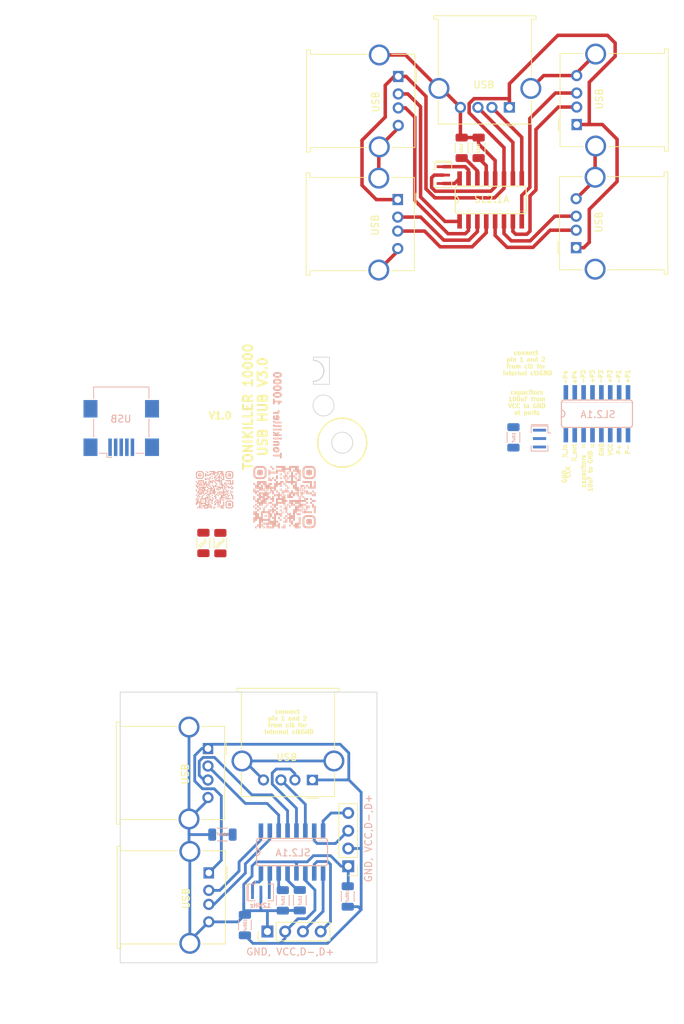
<source format=kicad_pcb>
(kicad_pcb (version 20211014) (generator pcbnew)
  (layers (0 "F.Cu" signal) (31 "B.Cu" signal) (34 "B.Paste" user) (35 "F.Paste" user) (36 "B.SilkS" user "B.Silkscreen") (37 "F.SilkS" user "F.Silkscreen") (38 "B.Mask" user) (39 "F.Mask" user) (44 "Edge.Cuts" user))
  (net 0 "")
  (footprint "Resistor_SMD:R_1206_3216Metric" (layer "F.Cu") (at 201.975 99.155 -90)
    (fp_text reference "100uF" (at 0.025 0 -135) (layer "F.SilkS") (effects (font (size 0.4 0.4) (thickness 0.1))))
    (fp_text value "R_1206_3216Metric")
    (pad "1" smd roundrect (at -1.4625 0 270) (size 1.125 1.75) (layers "F.Cu" "F.Paste" "F.Mask") (roundrect_rratio 0.222222))
    (pad "2" smd roundrect (at 1.4625 0 270) (size 1.125 1.75) (layers "F.Cu" "F.Paste" "F.Mask") (roundrect_rratio 0.222222))
  )
  (footprint "Resistor_SMD:R_1206_3216Metric" (layer "F.Cu") (at 199.55 99.13 -90)
    (fp_text reference "10uF" (at 0.05 0.05 -135) (layer "F.SilkS") (effects (font (size 0.4 0.4) (thickness 0.1))))
    (fp_text value "R_1206_3216Metric")
    (pad "1" smd roundrect (at -1.4625 0 270) (size 1.125 1.75) (layers "F.Cu" "F.Paste" "F.Mask") (roundrect_rratio 0.222222))
    (pad "2" smd roundrect (at 1.4625 0 270) (size 1.125 1.75) (layers "F.Cu" "F.Paste" "F.Mask") (roundrect_rratio 0.222222))
  )
  (footprint "Connector_PinHeader_2.54mm:PinHeader_1x04_P2.54mm_Vertical" (layer "F.Cu") (at 220.26 145.34 180)
    (fp_text reference "GND, VCC,D-,D+" (at -2.89 4 90) (layer "B.SilkS"))
    (fp_text value "PinHeader_1x04_P2.54mm_Vertical")
    (pad "1" thru_hole rect (at 0 0 180) (size 1.7 1.7) (drill 1) (layers *.Cu *.Mask))
    (pad "2" thru_hole oval (at 0 2.54 180) (size 1.7 1.7) (drill 1) (layers *.Cu *.Mask))
    (pad "3" thru_hole oval (at 0 5.08 180) (size 1.7 1.7) (drill 1) (layers *.Cu *.Mask))
    (pad "4" thru_hole oval (at 0 7.62 180) (size 1.7 1.7) (drill 1) (layers *.Cu *.Mask))
  )
  (footprint "Connector_USB:USB_A_Molex_67643_Horizontal" (layer "F.Cu") (at 215.14 133 180)
    (fp_text reference "USB" (at 3.65 3.235) (layer "F.SilkS"))
    (fp_text value "USB_A_Molex_67643_Horizontal")
    (pad "1" thru_hole rect (at 0 0 180) (size 1.6 1.5) (drill 0.95) (layers *.Cu *.Mask))
    (pad "2" thru_hole circle (at 2.5 0 180) (size 1.6 1.6) (drill 0.95) (layers *.Cu *.Mask))
    (pad "3" thru_hole circle (at 4.5 0 180) (size 1.6 1.6) (drill 0.95) (layers *.Cu *.Mask))
    (pad "4" thru_hole circle (at 7 0 180) (size 1.6 1.6) (drill 0.95) (layers *.Cu *.Mask))
    (pad "5" thru_hole circle (at -3.07 2.71 180) (size 3 3) (drill 2.3) (layers *.Cu *.Mask))
    (pad "5" thru_hole circle (at 10.07 2.71 180) (size 3 3) (drill 2.3) (layers *.Cu *.Mask))
  )
  (footprint "Connector_USB:USB_A_Molex_67643_Horizontal" (layer "F.Cu") (at 227.34 50.06 -90)
    (fp_text reference "USB" (at 3.65 3.235 90) (layer "F.SilkS"))
    (fp_text value "USB_A_Molex_67643_Horizontal")
    (pad "1" thru_hole rect (at 0 0 270) (size 1.6 1.5) (drill 0.95) (layers *.Cu *.Mask))
    (pad "2" thru_hole circle (at 2.5 0 270) (size 1.6 1.6) (drill 0.95) (layers *.Cu *.Mask))
    (pad "3" thru_hole circle (at 4.5 0 270) (size 1.6 1.6) (drill 0.95) (layers *.Cu *.Mask))
    (pad "4" thru_hole circle (at 7 0 270) (size 1.6 1.6) (drill 0.95) (layers *.Cu *.Mask))
    (pad "5" thru_hole circle (at 10.07 2.71 270) (size 3 3) (drill 2.3) (layers *.Cu *.Mask))
    (pad "5" thru_hole circle (at -3.07 2.71 270) (size 3 3) (drill 2.3) (layers *.Cu *.Mask))
  )
  (footprint "Connector_USB:USB_A_Molex_67643_Horizontal" (layer "F.Cu") (at 200.32 146.28 -90)
    (fp_text reference "USB" (at 3.65 3.235 90) (layer "F.SilkS"))
    (fp_text value "USB_A_Molex_67643_Horizontal")
    (pad "1" thru_hole rect (at 0 0 270) (size 1.6 1.5) (drill 0.95) (layers *.Cu *.Mask))
    (pad "2" thru_hole circle (at 2.5 0 270) (size 1.6 1.6) (drill 0.95) (layers *.Cu *.Mask))
    (pad "3" thru_hole circle (at 4.5 0 270) (size 1.6 1.6) (drill 0.95) (layers *.Cu *.Mask))
    (pad "4" thru_hole circle (at 7 0 270) (size 1.6 1.6) (drill 0.95) (layers *.Cu *.Mask))
    (pad "5" thru_hole circle (at -3.07 2.71 270) (size 3 3) (drill 2.3) (layers *.Cu *.Mask))
    (pad "5" thru_hole circle (at 10.07 2.71 270) (size 3 3) (drill 2.3) (layers *.Cu *.Mask))
  )
  (footprint "Connector_USB:USB_A_Molex_67643_Horizontal" (layer "F.Cu") (at 252.855 56.935 90)
    (fp_text reference "USB" (at 3.65 3.235 90) (layer "F.SilkS"))
    (fp_text value "USB_A_Molex_67643_Horizontal")
    (pad "1" thru_hole rect (at 0 0 90) (size 1.6 1.5) (drill 0.95) (layers *.Cu *.Mask))
    (pad "2" thru_hole circle (at 2.5 0 90) (size 1.6 1.6) (drill 0.95) (layers *.Cu *.Mask))
    (pad "3" thru_hole circle (at 4.5 0 90) (size 1.6 1.6) (drill 0.95) (layers *.Cu *.Mask))
    (pad "4" thru_hole circle (at 7 0 90) (size 1.6 1.6) (drill 0.95) (layers *.Cu *.Mask))
    (pad "5" thru_hole circle (at -3.07 2.71 90) (size 3 3) (drill 2.3) (layers *.Cu *.Mask))
    (pad "5" thru_hole circle (at 10.07 2.71 90) (size 3 3) (drill 2.3) (layers *.Cu *.Mask))
  )
  (footprint "Crystal:Resonator_SMD_Murata_CSTxExxV-3Pin_3.0x1.1mm" (layer "F.Cu") (at 233.855 46.56 -90)
    (fp_text reference "12MHz" hide)
    (fp_text value "Resonator_SMD_Murata_CSTxExxV-3Pin_3.0x1.1mm")
    (pad "1" smd rect (at -1.2 0 270) (size 0.4 1.9) (layers "F.Cu" "F.Paste" "F.Mask"))
    (pad "2" smd rect (at 0 0 270) (size 0.4 1.9) (layers "F.Cu" "F.Paste" "F.Mask"))
    (pad "3" smd rect (at 1.2 0 270) (size 0.4 1.9) (layers "F.Cu" "F.Paste" "F.Mask"))
  )
  (footprint "Connector_USB:USB_A_Molex_67643_Horizontal" (layer "F.Cu") (at 200.2 128.51 -90)
    (fp_text reference "USB" (at 3.65 3.235 90) (layer "F.SilkS"))
    (fp_text value "USB_A_Molex_67643_Horizontal")
    (pad "1" thru_hole rect (at 0 0 270) (size 1.6 1.5) (drill 0.95) (layers *.Cu *.Mask))
    (pad "2" thru_hole circle (at 2.5 0 270) (size 1.6 1.6) (drill 0.95) (layers *.Cu *.Mask))
    (pad "3" thru_hole circle (at 4.5 0 270) (size 1.6 1.6) (drill 0.95) (layers *.Cu *.Mask))
    (pad "4" thru_hole circle (at 7 0 270) (size 1.6 1.6) (drill 0.95) (layers *.Cu *.Mask))
    (pad "5" thru_hole circle (at -3.07 2.71 270) (size 3 3) (drill 2.3) (layers *.Cu *.Mask))
    (pad "5" thru_hole circle (at 10.07 2.71 270) (size 3 3) (drill 2.3) (layers *.Cu *.Mask))
  )
  (footprint "Resistor_SMD:R_1206_3216Metric" (layer "F.Cu") (at 236.48 42.66 -90)
    (fp_text reference "10uF" (at 0.05 0.05 -270) (layer "F.SilkS") (effects (font (size 0.4 0.4) (thickness 0.1))))
    (fp_text value "R_1206_3216Metric")
    (pad "1" smd roundrect (at -1.4625 0 270) (size 1.125 1.75) (layers "F.Cu" "F.Paste" "F.Mask") (roundrect_rratio 0.222222))
    (pad "2" smd roundrect (at 1.4625 0 270) (size 1.125 1.75) (layers "F.Cu" "F.Paste" "F.Mask") (roundrect_rratio 0.222222))
  )
  (footprint "Resistor_SMD:R_1206_3216Metric" (layer "F.Cu") (at 238.905 42.66 -90)
    (fp_text reference "10uF" (at 0.05 0.05 90) (layer "F.SilkS") (effects (font (size 0.4 0.4) (thickness 0.1))))
    (fp_text value "R_1206_3216Metric")
    (pad "1" smd roundrect (at -1.4625 0 270) (size 1.125 1.75) (layers "F.Cu" "F.Paste" "F.Mask") (roundrect_rratio 0.222222))
    (pad "2" smd roundrect (at 1.4625 0 270) (size 1.125 1.75) (layers "F.Cu" "F.Paste" "F.Mask") (roundrect_rratio 0.222222))
  )
  (footprint "Connector_USB:USB_A_Molex_67643_Horizontal" (layer "F.Cu") (at 227.415 32.46 -90)
    (fp_text reference "USB" (at 3.65 3.235 90) (layer "F.SilkS"))
    (fp_text value "USB_A_Molex_67643_Horizontal")
    (pad "1" thru_hole rect (at 0 0 270) (size 1.6 1.5) (drill 0.95) (layers *.Cu *.Mask))
    (pad "2" thru_hole circle (at 2.5 0 270) (size 1.6 1.6) (drill 0.95) (layers *.Cu *.Mask))
    (pad "3" thru_hole circle (at 4.5 0 270) (size 1.6 1.6) (drill 0.95) (layers *.Cu *.Mask))
    (pad "4" thru_hole circle (at 7 0 270) (size 1.6 1.6) (drill 0.95) (layers *.Cu *.Mask))
    (pad "5" thru_hole circle (at 10.07 2.71 270) (size 3 3) (drill 2.3) (layers *.Cu *.Mask))
    (pad "5" thru_hole circle (at -3.07 2.71 270) (size 3 3) (drill 2.3) (layers *.Cu *.Mask))
  )
  (footprint "Connector_USB:USB_A_Molex_67643_Horizontal" (layer "F.Cu") (at 252.93 39.335 90)
    (fp_text reference "USB" (at 3.65 3.235 90) (layer "F.SilkS"))
    (fp_text value "USB_A_Molex_67643_Horizontal")
    (pad "1" thru_hole rect (at 0 0 90) (size 1.6 1.5) (drill 0.95) (layers *.Cu *.Mask))
    (pad "2" thru_hole circle (at 2.5 0 90) (size 1.6 1.6) (drill 0.95) (layers *.Cu *.Mask))
    (pad "3" thru_hole circle (at 4.5 0 90) (size 1.6 1.6) (drill 0.95) (layers *.Cu *.Mask))
    (pad "4" thru_hole circle (at 7 0 90) (size 1.6 1.6) (drill 0.95) (layers *.Cu *.Mask))
    (pad "5" thru_hole circle (at -3.07 2.71 90) (size 3 3) (drill 2.3) (layers *.Cu *.Mask))
    (pad "5" thru_hole circle (at 10.07 2.71 90) (size 3 3) (drill 2.3) (layers *.Cu *.Mask))
  )
  (footprint "SO16" (layer "F.Cu") (at 240.63 50.11)
    (fp_text reference "SL2.1A" (at 0.15 -0.1 180) (layer "F.SilkS"))
    (fp_text value "SO16")
    (pad "1" smd rect locked (at -4.445 3.0734) (size 0.6604 2.032) (layers "F.Cu" "F.Paste" "F.Mask"))
    (pad "2" smd rect locked (at -3.175 3.0734) (size 0.6604 2.032) (layers "F.Cu" "F.Paste" "F.Mask"))
    (pad "3" smd rect locked (at -1.905 3.0734) (size 0.6604 2.032) (layers "F.Cu" "F.Paste" "F.Mask"))
    (pad "4" smd rect locked (at -0.635 3.0734) (size 0.6604 2.032) (layers "F.Cu" "F.Paste" "F.Mask"))
    (pad "5" smd rect locked (at 0.635 3.0734) (size 0.6604 2.032) (layers "F.Cu" "F.Paste" "F.Mask"))
    (pad "6" smd rect locked (at 1.905 3.0734) (size 0.6604 2.032) (layers "F.Cu" "F.Paste" "F.Mask"))
    (pad "7" smd rect locked (at 3.175 3.0734) (size 0.6604 2.032) (layers "F.Cu" "F.Paste" "F.Mask"))
    (pad "8" smd rect locked (at 4.445 3.0734) (size 0.6604 2.032) (layers "F.Cu" "F.Paste" "F.Mask"))
    (pad "9" smd rect locked (at 4.445 -3.0734) (size 0.6604 2.032) (layers "F.Cu" "F.Paste" "F.Mask"))
    (pad "10" smd rect locked (at 3.175 -3.0734) (size 0.6604 2.032) (layers "F.Cu" "F.Paste" "F.Mask"))
    (pad "11" smd rect locked (at 1.905 -3.0734) (size 0.6604 2.032) (layers "F.Cu" "F.Paste" "F.Mask"))
    (pad "12" smd rect locked (at 0.635 -3.0734) (size 0.6604 2.032) (layers "F.Cu" "F.Paste" "F.Mask"))
    (pad "13" smd rect locked (at -0.635 -3.0734) (size 0.6604 2.032) (layers "F.Cu" "F.Paste" "F.Mask"))
    (pad "14" smd rect locked (at -1.905 -3.0734) (size 0.6604 2.032) (layers "F.Cu" "F.Paste" "F.Mask"))
    (pad "15" smd rect locked (at -3.175 -3.0734) (size 0.6604 2.032) (layers "F.Cu" "F.Paste" "F.Mask"))
    (pad "16" smd rect locked (at -4.445 -3.0734) (size 0.6604 2.032) (layers "F.Cu" "F.Paste" "F.Mask"))
  )
  (footprint "Connector_PinHeader_2.54mm:PinHeader_1x04_P2.54mm_Vertical" (layer "F.Cu") (at 208.7 154.6625 90)
    (fp_text reference "GND, VCC,D-,D+" (at -2.9 3.27 180) (layer "B.SilkS"))
    (fp_text value "PinHeader_1x04_P2.54mm_Vertical")
    (pad "1" thru_hole rect (at 0 0 90) (size 1.7 1.7) (drill 1) (layers *.Cu *.Mask))
    (pad "2" thru_hole oval (at 0 2.54 90) (size 1.7 1.7) (drill 1) (layers *.Cu *.Mask))
    (pad "3" thru_hole oval (at 0 5.08 90) (size 1.7 1.7) (drill 1) (layers *.Cu *.Mask))
    (pad "4" thru_hole oval (at 0 7.62 90) (size 1.7 1.7) (drill 1) (layers *.Cu *.Mask))
  )
  (footprint "Connector_USB:USB_A_Molex_67643_Horizontal" (layer "F.Cu") (at 243.305 36.885 180)
    (fp_text reference "USB" (at 3.65 3.235) (layer "F.SilkS"))
    (fp_text value "USB_A_Molex_67643_Horizontal")
    (pad "1" thru_hole rect (at 0 0 180) (size 1.6 1.5) (drill 0.95) (layers *.Cu *.Mask))
    (pad "2" thru_hole circle (at 2.5 0 180) (size 1.6 1.6) (drill 0.95) (layers *.Cu *.Mask))
    (pad "3" thru_hole circle (at 4.5 0 180) (size 1.6 1.6) (drill 0.95) (layers *.Cu *.Mask))
    (pad "4" thru_hole circle (at 7 0 180) (size 1.6 1.6) (drill 0.95) (layers *.Cu *.Mask))
    (pad "5" thru_hole circle (at 10.07 2.71 180) (size 3 3) (drill 2.3) (layers *.Cu *.Mask))
    (pad "5" thru_hole circle (at -3.07 2.71 180) (size 3 3) (drill 2.3) (layers *.Cu *.Mask))
  )
  (footprint "Connector_USB:USB_Mini-B_Wuerth_65100516121_Horizontal" (layer "B.Cu") (at 187.8 82.855)
    (fp_text reference "USB" (at -0.05 -1.45) (layer "B.SilkS") (effects (justify mirror)))
    (fp_text value "USB_Mini-B_Wuerth_65100516121_Horizontal")
    (pad "" np_thru_hole circle (at -2.2 0) (size 0.9 0.9) (drill 0.9) (layers *.Cu *.Mask))
    (pad "" np_thru_hole circle (at 2.2 0) (size 0.9 0.9) (drill 0.9) (layers *.Cu *.Mask))
    (pad "1" smd rect (at -1.6 2.6) (size 0.5 2.5) (layers "B.Cu" "B.Paste" "B.Mask"))
    (pad "2" smd rect (at -0.8 2.6) (size 0.5 2.5) (layers "B.Cu" "B.Paste" "B.Mask"))
    (pad "3" smd rect (at 0 2.6) (size 0.5 2.5) (layers "B.Cu" "B.Paste" "B.Mask"))
    (pad "4" smd rect (at 0.8 2.6) (size 0.5 2.5) (layers "B.Cu" "B.Paste" "B.Mask"))
    (pad "5" smd rect (at 1.6 2.6) (size 0.5 2.5) (layers "B.Cu" "B.Paste" "B.Mask"))
    (pad "6" smd rect (at -4.4 2.6) (size 2 2.5) (layers "B.Cu" "B.Paste" "B.Mask"))
    (pad "6" smd rect (at -4.4 -2.9) (size 2 2.5) (layers "B.Cu" "B.Paste" "B.Mask"))
    (pad "6" smd rect (at 4.4 2.6) (size 2 2.5) (layers "B.Cu" "B.Paste" "B.Mask"))
    (pad "6" smd rect (at 4.4 -2.9) (size 2 2.5) (layers "B.Cu" "B.Paste" "B.Mask"))
  )
  (footprint "Crystal:Resonator_SMD_Murata_CSTxExxV-3Pin_3.0x1.1mm" (layer "B.Cu") (at 247.615 84.2134 -90)
    (fp_text reference "12MHz" hide)
    (fp_text value "Resonator_SMD_Murata_CSTxExxV-3Pin_3.0x1.1mm")
    (pad "1" smd rect (at -1.2 0 270) (size 0.4 1.9) (layers "B.Cu" "B.Paste" "B.Mask"))
    (pad "2" smd rect (at 0 0 270) (size 0.4 1.9) (layers "B.Cu" "B.Paste" "B.Mask"))
    (pad "3" smd rect (at 1.2 0 270) (size 0.4 1.9) (layers "B.Cu" "B.Paste" "B.Mask"))
  )
  (footprint "Resistor_SMD:R_1206_3216Metric" (layer "B.Cu") (at 202.27 140.81)
    (fp_text reference "100uF" (at 0.05 -0.05) (layer "B.SilkS") (effects (font (size 0.4 0.4) (thickness 0.1)) (justify mirror)))
    (fp_text value "R_1206_3216Metric")
    (pad "1" smd roundrect (at -1.4625 0) (size 1.125 1.75) (layers "B.Cu" "B.Paste" "B.Mask") (roundrect_rratio 0.222222))
    (pad "2" smd roundrect (at 1.4625 0) (size 1.125 1.75) (layers "B.Cu" "B.Paste" "B.Mask") (roundrect_rratio 0.222222))
  )
  (footprint "SO16" (layer "B.Cu") (at 212.22 143.3025)
    (fp_text reference "SL2.1A" (at 0.15 0.1) (layer "B.SilkS") (effects (justify mirror)))
    (fp_text value "SO16")
    (pad "1" smd rect locked (at -4.445 -3.0734) (size 0.6604 2.032) (layers "B.Cu" "B.Paste" "B.Mask"))
    (pad "2" smd rect locked (at -3.175 -3.0734) (size 0.6604 2.032) (layers "B.Cu" "B.Paste" "B.Mask"))
    (pad "3" smd rect locked (at -1.905 -3.0734) (size 0.6604 2.032) (layers "B.Cu" "B.Paste" "B.Mask"))
    (pad "4" smd rect locked (at -0.635 -3.0734) (size 0.6604 2.032) (layers "B.Cu" "B.Paste" "B.Mask"))
    (pad "5" smd rect locked (at 0.635 -3.0734) (size 0.6604 2.032) (layers "B.Cu" "B.Paste" "B.Mask"))
    (pad "6" smd rect locked (at 1.905 -3.0734) (size 0.6604 2.032) (layers "B.Cu" "B.Paste" "B.Mask"))
    (pad "7" smd rect locked (at 3.175 -3.0734) (size 0.6604 2.032) (layers "B.Cu" "B.Paste" "B.Mask"))
    (pad "8" smd rect locked (at 4.445 -3.0734) (size 0.6604 2.032) (layers "B.Cu" "B.Paste" "B.Mask"))
    (pad "9" smd rect locked (at 4.445 3.0734) (size 0.6604 2.032) (layers "B.Cu" "B.Paste" "B.Mask"))
    (pad "10" smd rect locked (at 3.175 3.0734) (size 0.6604 2.032) (layers "B.Cu" "B.Paste" "B.Mask"))
    (pad "11" smd rect locked (at 1.905 3.0734) (size 0.6604 2.032) (layers "B.Cu" "B.Paste" "B.Mask"))
    (pad "12" smd rect locked (at 0.635 3.0734) (size 0.6604 2.032) (layers "B.Cu" "B.Paste" "B.Mask"))
    (pad "13" smd rect locked (at -0.635 3.0734) (size 0.6604 2.032) (layers "B.Cu" "B.Paste" "B.Mask"))
    (pad "14" smd rect locked (at -1.905 3.0734) (size 0.6604 2.032) (layers "B.Cu" "B.Paste" "B.Mask"))
    (pad "15" smd rect locked (at -3.175 3.0734) (size 0.6604 2.032) (layers "B.Cu" "B.Paste" "B.Mask"))
    (pad "16" smd rect locked (at -4.445 3.0734) (size 0.6604 2.032) (layers "B.Cu" "B.Paste" "B.Mask"))
  )
  (footprint "Resistor_SMD:R_1206_3216Metric" (layer "B.Cu") (at 213.33 150.1925 -90)
    (fp_text reference "10uF" (at 0.05 -0.05 90) (layer "B.SilkS") (effects (font (size 0.4 0.4) (thickness 0.1)) (justify mirror)))
    (fp_text value "R_1206_3216Metric")
    (pad "1" smd roundrect (at -1.4625 0 270) (size 1.125 1.75) (layers "B.Cu" "B.Paste" "B.Mask") (roundrect_rratio 0.222222))
    (pad "2" smd roundrect (at 1.4625 0 270) (size 1.125 1.75) (layers "B.Cu" "B.Paste" "B.Mask") (roundrect_rratio 0.222222))
  )
  (footprint "Resistor_SMD:R_1206_3216Metric" (layer "B.Cu") (at 220.19 149.65 90)
    (fp_text reference "100uF" (at 0.05 -0.05 90) (layer "B.SilkS") (effects (font (size 0.4 0.4) (thickness 0.1)) (justify mirror)))
    (fp_text value "R_1206_3216Metric")
    (pad "1" smd roundrect (at -1.4625 0 90) (size 1.125 1.75) (layers "B.Cu" "B.Paste" "B.Mask") (roundrect_rratio 0.222222))
    (pad "2" smd roundrect (at 1.4625 0 90) (size 1.125 1.75) (layers "B.Cu" "B.Paste" "B.Mask") (roundrect_rratio 0.222222))
  )
  (footprint "LOGO" (layer "B.Cu") (at 201.15 91.53 180)
    (fp_text reference "G***" hide)
    (fp_text value "LOGO" hide)
  )
  (footprint "Resistor_SMD:R_1206_3216Metric" (layer "B.Cu") (at 243.885 84.0434 -90)
    (fp_text reference "10uF" (at 0.05 -0.05 90) (layer "B.SilkS") (effects (font (size 0.4 0.4) (thickness 0.1)) (justify mirror)))
    (fp_text value "R_1206_3216Metric")
    (pad "1" smd roundrect (at -1.4625 0 270) (size 1.125 1.75) (layers "B.Cu" "B.Paste" "B.Mask") (roundrect_rratio 0.222222))
    (pad "2" smd roundrect (at 1.4625 0 270) (size 1.125 1.75) (layers "B.Cu" "B.Paste" "B.Mask") (roundrect_rratio 0.222222))
  )
  (footprint "Crystal:Resonator_SMD_Murata_CSTxExxV-3Pin_3.0x1.1mm" (layer "B.Cu") (at 207.77 149.0725)
    (fp_text reference "12MHz" (at -0.06 1.86) (layer "B.SilkS") (effects (font (size 0.6 0.6)) (justify mirror)))
    (fp_text value "Resonator_SMD_Murata_CSTxExxV-3Pin_3.0x1.1mm")
    (pad "1" smd rect (at -1.2 0) (size 0.4 1.9) (layers "B.Cu" "B.Paste" "B.Mask"))
    (pad "2" smd rect (at 0 0) (size 0.4 1.9) (layers "B.Cu" "B.Paste" "B.Mask"))
    (pad "3" smd rect (at 1.2 0) (size 0.4 1.9) (layers "B.Cu" "B.Paste" "B.Mask"))
  )
  (footprint "Resistor_SMD:R_1206_3216Metric" (layer "B.Cu") (at 210.9 150.2125 -90)
    (fp_text reference "10uF" (at 0.05 -0.05 90) (layer "B.SilkS") (effects (font (size 0.4 0.4) (thickness 0.1)) (justify mirror)))
    (fp_text value "R_1206_3216Metric")
    (pad "1" smd roundrect (at -1.4625 0 270) (size 1.125 1.75) (layers "B.Cu" "B.Paste" "B.Mask") (roundrect_rratio 0.222222))
    (pad "2" smd roundrect (at 1.4625 0 270) (size 1.125 1.75) (layers "B.Cu" "B.Paste" "B.Mask") (roundrect_rratio 0.222222))
  )
  (footprint "Resistor_SMD:R_1206_3216Metric" (layer "B.Cu") (at 205.48 153.7425 -90)
    (fp_text reference "100uF" (at 0.05 -0.05 90) (layer "B.SilkS") (effects (font (size 0.4 0.4) (thickness 0.1)) (justify mirror)))
    (fp_text value "R_1206_3216Metric")
    (pad "1" smd roundrect (at -1.4625 0 270) (size 1.125 1.75) (layers "B.Cu" "B.Paste" "B.Mask") (roundrect_rratio 0.222222))
    (pad "2" smd roundrect (at 1.4625 0 270) (size 1.125 1.75) (layers "B.Cu" "B.Paste" "B.Mask") (roundrect_rratio 0.222222))
  )
  (footprint "SO16" (layer "B.Cu") (at 255.825 80.6634)
    (fp_text reference "SL2.1A" (at 0.15 0.1) (layer "B.SilkS") (effects (justify mirror)))
    (fp_text value "SO16")
    (pad "1" smd rect locked (at -4.445 -3.0734) (size 0.6604 2.032) (layers "B.Cu" "B.Paste" "B.Mask"))
    (pad "2" smd rect locked (at -3.175 -3.0734) (size 0.6604 2.032) (layers "B.Cu" "B.Paste" "B.Mask"))
    (pad "3" smd rect locked (at -1.905 -3.0734) (size 0.6604 2.032) (layers "B.Cu" "B.Paste" "B.Mask"))
    (pad "4" smd rect locked (at -0.635 -3.0734) (size 0.6604 2.032) (layers "B.Cu" "B.Paste" "B.Mask"))
    (pad "5" smd rect locked (at 0.635 -3.0734) (size 0.6604 2.032) (layers "B.Cu" "B.Paste" "B.Mask"))
    (pad "6" smd rect locked (at 1.905 -3.0734) (size 0.6604 2.032) (layers "B.Cu" "B.Paste" "B.Mask"))
    (pad "7" smd rect locked (at 3.175 -3.0734) (size 0.6604 2.032) (layers "B.Cu" "B.Paste" "B.Mask"))
    (pad "8" smd rect locked (at 4.445 -3.0734) (size 0.6604 2.032) (layers "B.Cu" "B.Paste" "B.Mask"))
    (pad "9" smd rect locked (at 4.445 3.0734) (size 0.6604 2.032) (layers "B.Cu" "B.Paste" "B.Mask"))
    (pad "10" smd rect locked (at 3.175 3.0734) (size 0.6604 2.032) (layers "B.Cu" "B.Paste" "B.Mask"))
    (pad "11" smd rect locked (at 1.905 3.0734) (size 0.6604 2.032) (layers "B.Cu" "B.Paste" "B.Mask"))
    (pad "12" smd rect locked (at 0.635 3.0734) (size 0.6604 2.032) (layers "B.Cu" "B.Paste" "B.Mask"))
    (pad "13" smd rect locked (at -0.635 3.0734) (size 0.6604 2.032) (layers "B.Cu" "B.Paste" "B.Mask"))
    (pad "14" smd rect locked (at -1.905 3.0734) (size 0.6604 2.032) (layers "B.Cu" "B.Paste" "B.Mask"))
    (pad "15" smd rect locked (at -3.175 3.0734) (size 0.6604 2.032) (layers "B.Cu" "B.Paste" "B.Mask"))
    (pad "16" smd rect locked (at -4.445 3.0734) (size 0.6604 2.032) (layers "B.Cu" "B.Paste" "B.Mask"))
  )
  (footprint "LOGO" (layer "B.Cu") (at 211.15 92.58 180)
    (fp_text reference "G***" hide)
    (fp_text value "LOGO" hide)
  )
  (gr_circle (center 219.4 84.805) (end 222.9 84.805) (layer "F.SilkS") (width 0.2) (fill none))
  (gr_line (start 217.575 76.455) (end 215.275 76.455) (layer "Edge.Cuts") (width 0.1))
  (gr_circle (center 219.4 84.805) (end 220.9 84.805) (layer "Edge.Cuts") (width 0.1) (fill none))
  (gr_arc (start 215.275 73.03) (mid 216.775 74.53) (end 215.275 76.03) (layer "Edge.Cuts") (width 0.15))
  (gr_line (start 215.275 76.455) (end 215.275 76.03) (layer "Edge.Cuts") (width 0.1))
  (gr_line (start 215.275 73.03) (end 215.275 72.58) (layer "Edge.Cuts") (width 0.1))
  (gr_circle (center 216.725 79.48) (end 218.225 79.48) (layer "Edge.Cuts") (width 0.1) (fill none))
  (gr_rect (start 187.65 120.45) (end 224.37 159.13) (layer "Edge.Cuts") (width 0.1) (fill none))
  (gr_line (start 217.575 75.305) (end 217.575 76.455) (layer "Edge.Cuts") (width 0.1))
  (gr_line (start 217.575 72.58) (end 217.575 75.305) (layer "Edge.Cuts") (width 0.1))
  (gr_line (start 215.275 72.58) (end 217.575 72.58) (layer "Edge.Cuts") (width 0.1))
  (gr_text "Tonikiller 10000" (at 210.075 80.83 270) (layer "B.SilkS") (effects (font (size 1 1) (thickness 0.25)) (justify mirror)))
  (gr_text "capacitors\n100uF from\nVCC to GND\nat ports\n\n" (at 245.815 79.5434) (layer "F.SilkS") (effects (font (size 0.6 0.6))))
  (gr_text "X_out" (at 252.565 86.2534 90) (layer "F.SilkS") (effects (font (size 0.6 0.6))))
  (gr_text "capacitors\n10uF to GND\n" (at 254.385 88.8634 90) (layer "F.SilkS") (effects (font (size 0.6 0.6))))
  (gr_text "-P3" (at 253.875 75.3534 90) (layer "F.SilkS") (effects (font (size 0.6 0.6))))
  (gr_text "TONIKILLER 10000\nUSB HUB V3.0" (at 206.975 79.655 90) (layer "F.SilkS") (effects (font (size 1.3 1.3) (thickness 0.3))))
  (gr_text "GND\n" (at 256.485 85.8034 90) (layer "F.SilkS") (effects (font (size 0.6 0.6))))
  (gr_text "CLK" (at 251.705 89.0134 90) (layer "F.SilkS") (effects (font (size 0.6 0.6))))
  (gr_text "V1.0" (at 201.95 80.93) (layer "F.SilkS") (effects (font (size 1 1) (thickness 0.25))))
  (gr_text "-P2" (at 256.385 75.3534 90) (layer "F.SilkS") (effects (font (size 0.6 0.6))))
  (gr_text "VCC" (at 257.755 85.7934 90) (layer "F.SilkS") (effects (font (size 0.6 0.6))))
  (gr_text "P-" (at 260.225 85.7634 90) (layer "F.SilkS") (effects (font (size 0.6 0.6))))
  (gr_text "+P4" (at 252.645 75.4534 90) (layer "F.SilkS") (effects (font (size 0.6 0.6))))
  (gr_text "P+" (at 258.975 85.7634 90) (layer "F.SilkS") (effects (font (size 0.6 0.6))))
  (gr_text "+P1" (at 260.245 75.3434 90) (layer "F.SilkS") (effects (font (size 0.6 0.6))))
  (gr_text "GND\n" (at 251.175 89.6434 90) (layer "F.SilkS") (effects (font (size 0.6 0.6))))
  (gr_text "x" (at 255.205 85.1734) (layer "F.SilkS") (effects (font (size 0.6 0.6))))
  (gr_text "+P3" (at 255.175 75.3434 90) (layer "F.SilkS") (effects (font (size 0.6 0.6))))
  (gr_text "connect \npin 1 and 2 \nfrom clk for \ninternal clkGND\n" (at 245.915 73.4034) (layer "F.SilkS") (effects (font (size 0.6 0.6))))
  (gr_text "X_in" (at 251.245 85.9934 90) (layer "F.SilkS") (effects (font (size 0.6 0.6))))
  (gr_text "x" (at 253.905 85.2134) (layer "F.SilkS") (effects (font (size 0.6 0.6))))
  (gr_text "+P2" (at 257.685 75.3434 90) (layer "F.SilkS") (effects (font (size 0.6 0.6))))
  (gr_text "connect \npin 1 and 2 \nfrom clk for \ninternal clkGND\n" (at 211.8 124.68) (layer "F.SilkS") (effects (font (size 0.6 0.6))))
  (gr_text "-P4" (at 251.345 75.4634 90) (layer "F.SilkS") (effects (font (size 0.6 0.6))))
  (gr_text "-P1" (at 258.945 75.3534 90) (layer "F.SilkS") (effects (font (size 0.6 0.6))))
  (segment (start 236.8925 44.1225) (end 236.48 44.1225) (width 0.5) (layer "F.Cu") (net 0))
  (segment (start 243.805 41.885) (end 243.805 47.0366) (width 0.5) (layer "F.Cu") (net 0))
  (segment (start 227.34 57.06) (end 227.34 57.42) (width 0.5) (layer "F.Cu") (net 0))
  (segment (start 246.375 34.175) (end 248.215 32.335) (width 0.5) (layer "F.Cu") (net 0))
  (segment (start 236.305 36.885) (end 236.305 41.0225) (width 0.5) (layer "F.Cu") (net 0))
  (segment (start 245.075 49.465) (end 246.23 48.31) (width 0.5) (layer "F.Cu") (net 0))
  (segment (start 239.995 47.0366) (end 239.995 45.2125) (width 0.5) (layer "F.Cu") (net 0))
  (segment (start 232.18 48.335) (end 232.18 46.935) (width 0.5) (layer "F.Cu") (net 0))
  (segment (start 253.955 56.935) (end 252.855 56.935) (width 0.5) (layer "F.Cu") (net 0))
  (segment (start 233.855 47.76) (end 235.4616 47.76) (width 0.5) (layer "F.Cu") (net 0))
  (segment (start 239.995 53.1834) (end 239.995 54.795) (width 0.5) (layer "F.Cu") (net 0))
  (segment (start 227.34 52.56) (end 230.63 52.56) (width 0.5) (layer "F.Cu") (net 0))
  (segment (start 254.655 39.335) (end 254.03 39.335) (width 0.5) (layer "F.Cu") (net 0))
  (segment (start 238.725 47.0366) (end 238.725 45.955) (width 0.5) (layer "F.Cu") (net 0))
  (segment (start 252.855 49.935) (end 255.565 47.225) (width 0.5) (layer "F.Cu") (net 0))
  (segment (start 249.805 52.435) (end 252.855 52.435) (width 0.5) (layer "F.Cu") (net 0))
  (segment (start 252.93 31.975) (end 255.64 29.265) (width 0.5) (layer "F.Cu") (net 0))
  (segment (start 237.505 55.86) (end 238.725 54.64) (width 0.5) (layer "F.Cu") (net 0))
  (segment (start 244.205 55.01) (end 245.805 55.01) (width 0.5) (layer "F.Cu") (net 0))
  (segment (start 236.305 41.0225) (end 236.48 41.1975) (width 0.5) (layer "F.Cu") (net 0))
  (segment (start 228.45 29.39) (end 233.235 34.175) (width 0.5) (layer "F.Cu") (net 0))
  (segment (start 258.705 47.485) (end 254.73 51.46) (width 0.5) (layer "F.Cu") (net 0))
  (segment (start 241.265 44.47) (end 238.905 42.11) (width 0.5) (layer "F.Cu") (net 0))
  (segment (start 242.535 42.64) (end 237.555 37.66) (width 0.5) (layer "F.Cu") (net 0))
  (segment (start 222.23 48.01) (end 222.23 41.585) (width 0.5) (layer "F.Cu") (net 0))
  (segment (start 238.255 35.635) (end 243.28 35.635) (width 0.5) (layer "F.Cu") (net 0))
  (segment (start 228.455 36.96) (end 229.78 38.285) (width 0.5) (layer "F.Cu") (net 0))
  (segment (start 243.305 36.885) (end 243.305 33.51) (width 0.5) (layer "F.Cu") (net 0))
  (segment (start 246.23 38.485) (end 249.88 34.835) (width 0.5) (layer "F.Cu") (net 0))
  (segment (start 242.535 53.1834) (end 242.535 54.915) (width 0.5) (layer "F.Cu") (net 0))
  (segment (start 243.305 35.66) (end 243.305 36.885) (width 0.5) (layer "F.Cu") (net 0))
  (segment (start 238.905 42.11) (end 238.905 41.1975) (width 0.5) (layer "F.Cu") (net 0))
  (segment (start 254.03 39.335) (end 252.93 39.335) (width 0.5) (layer "F.Cu") (net 0))
  (segment (start 239.995 45.2125) (end 238.905 44.1225) (width 0.5) (layer "F.Cu") (net 0))
  (segment (start 252.93 32.335) (end 252.93 31.975) (width 0.5) (layer "F.Cu") (net 0))
  (segment (start 237.98 56.81) (end 233.405 56.81) (width 0.5) (layer "F.Cu") (net 0))
  (segment (start 249.13 54.435) (end 252.855 54.435) (width 0.5) (layer "F.Cu") (net 0))
  (segment (start 227.415 39.82) (end 224.705 42.53) (width 0.5) (layer "F.Cu") (net 0))
  (segment (start 241.265 53.1834) (end 241.265 55.17) (width 0.5) (layer "F.Cu") (net 0))
  (segment (start 241.265 47.0366) (end 241.265 44.47) (width 0.5) (layer "F.Cu") (net 0))
  (segment (start 234.1034 53.1834) (end 230.605 49.685) (width 0.5) (layer "F.Cu") (net 0))
  (segment (start 258.705 41.435) (end 258.705 47.485) (width 0.5) (layer "F.Cu") (net 0))
  (segment (start 239.995 54.795) (end 237.98 56.81) (width 0.5) (layer "F.Cu") (net 0))
  (segment (start 242.535 47.0366) (end 242.535 42.64) (width 0.5) (layer "F.Cu") (net 0))
  (segment (start 249.88 34.835) (end 252.93 34.835) (width 0.5) (layer "F.Cu") (net 0))
  (segment (start 255.565 47.225) (end 255.565 46.865) (width 0.5) (layer "F.Cu") (net 0))
  (segment (start 240.655 48.86) (end 232.705 48.86) (width 0.5) (layer "F.Cu") (net 0))
  (segment (start 230.63 52.56) (end 233.93 55.86) (width 0.5) (layer "F.Cu") (net 0))
  (segment (start 243.28 35.635) (end 243.305 35.66) (width 0.5) (layer "F.Cu") (net 0))
  (segment (start 225.555 38.26) (end 225.555 33.735) (width 0.5) (layer "F.Cu") (net 0))
  (segment (start 241.18 49.81) (end 232.655 49.81) (width 0.5) (layer "F.Cu") (net 0))
  (segment (start 246.23 48.31) (end 246.23 38.485) (width 0.5) (layer "F.Cu") (net 0))
  (segment (start 246.28 55.96) (end 249.805 52.435) (width 0.5) (layer "F.Cu") (net 0))
  (segment (start 245.075 41.155) (end 245.075 47.0366) (width 0.5) (layer "F.Cu") (net 0))
  (segment (start 226.83 32.46) (end 227.415 32.46) (width 0.5) (layer "F.Cu") (net 0))
  (segment (start 237.005 45.36) (end 233.855 45.36) (width 0.5) (layer "F.Cu") (net 0))
  (segment (start 243.805 53.1834) (end 243.805 54.61) (width 0.5) (layer "F.Cu") (net 0))
  (segment (start 225.555 33.735) (end 226.83 32.46) (width 0.5) (layer "F.Cu") (net 0))
  (segment (start 246.255 49.535) (end 247.105 48.685) (width 0.5) (layer "F.Cu") (net 0))
  (segment (start 243.305 33.51) (end 250.23 26.585) (width 0.5) (layer "F.Cu") (net 0))
  (segment (start 258.43 29.585) (end 254.73 33.285) (width 0.5) (layer "F.Cu") (net 0))
  (segment (start 254.73 56.16) (end 253.955 56.935) (width 0.5) (layer "F.Cu") (net 0))
  (segment (start 254.73 39.26) (end 254.655 39.335) (width 0.5) (layer "F.Cu") (net 0))
  (segment (start 247.105 40.035) (end 250.305 36.835) (width 0.5) (layer "F.Cu") (net 0))
  (segment (start 247.105 48.685) (end 247.105 40.035) (width 0.5) (layer "F.Cu") (net 0))
  (segment (start 242.535 47.0366) (end 242.535 48.455) (width 0.5) (layer "F.Cu") (net 0))
  (segment (start 229.78 50.185) (end 234.53 54.935) (width 0.5) (layer "F.Cu") (net 0))
  (segment (start 250.305 36.835) (end 252.93 36.835) (width 0.5) (layer "F.Cu") (net 0))
  (segment (start 229.78 38.285) (end 229.78 50.185) (width 0.5) (layer "F.Cu") (net 0))
  (segment (start 237.005 54.935) (end 237.455 54.485) (width 0.5) (layer "F.Cu") (net 0))
  (segment (start 237.555 36.335) (end 238.255 35.635) (width 0.5) (layer "F.Cu") (net 0))
  (segment (start 246.255 54.56) (end 246.255 49.535) (width 0.5) (layer "F.Cu") (net 0))
  (segment (start 233.405 56.81) (end 232.605 56.01) (width 0.5) (layer "F.Cu") (net 0))
  (segment (start 254.03 39.335) (end 256.605 39.335) (width 0.5) (layer "F.Cu") (net 0))
  (segment (start 238.725 54.64) (end 238.725 53.1834) (width 0.5) (layer "F.Cu") (net 0))
  (segment (start 234.53 54.935) (end 237.005 54.935) (width 0.5) (layer "F.Cu") (net 0))
  (segment (start 237.455 45.81) (end 237.005 45.36) (width 0.5) (layer "F.Cu") (net 0))
  (segment (start 241.265 47.0366) (end 241.265 48.25) (width 0.5) (layer "F.Cu") (net 0))
  (segment (start 233.93 55.86) (end 237.505 55.86) (width 0.5) (layer "F.Cu") (net 0))
  (segment (start 236.185 53.1834) (end 234.1034 53.1834) (width 0.5) (layer "F.Cu") (net 0))
  (segment (start 245.075 53.1834) (end 245.075 49.465) (width 0.5) (layer "F.Cu") (net 0))
  (segment (start 250.23 26.585) (end 257.33 26.585) (width 0.5) (layer "F.Cu") (net 0))
  (segment (start 222.23 41.585) (end 225.555 38.26) (width 0.5) (layer "F.Cu") (net 0))
  (segment (start 258.43 27.685) (end 258.43 29.585) (width 0.5) (layer "F.Cu") (net 0))
  (segment (start 227.415 39.46) (end 227.415 39.82) (width 0.5) (layer "F.Cu") (net 0))
  (segment (start 243.58 55.96) (end 246.28 55.96) (width 0.5) (layer "F.Cu") (net 0))
  (segment (start 242.535 54.915) (end 243.58 55.96) (width 0.5) (layer "F.Cu") (net 0))
  (segment (start 232.555 46.56) (end 233.855 46.56) (width 0.5) (layer "F.Cu") (net 0))
  (segment (start 224.28 50.06) (end 222.23 48.01) (width 0.5) (layer "F.Cu") (net 0))
  (segment (start 227.34 50.06) (end 224.28 50.06) (width 0.5) (layer "F.Cu") (net 0))
  (segment (start 242.535 48.455) (end 241.18 49.81) (width 0.5) (layer "F.Cu") (net 0))
  (segment (start 237.455 54.485) (end 237.455 53.1834) (width 0.5) (layer "F.Cu") (net 0))
  (segment (start 243.805 54.61) (end 244.205 55.01) (width 0.5) (layer "F.Cu") (net 0))
  (segment (start 246.68 56.885) (end 248.08 55.485) (width 0.5) (layer "F.Cu") (net 0))
  (segment (start 231.18 54.56) (end 232.605 55.985) (width 0.5) (layer "F.Cu") (net 0))
  (segment (start 242.98 56.885) (end 246.68 56.885) (width 0.5) (layer "F.Cu") (net 0))
  (segment (start 237.455 47.0366) (end 237.455 45.81) (width 0.5) (layer "F.Cu") (net 0))
  (segment (start 232.705 48.86) (end 232.18 48.335) (width 0.5) (layer "F.Cu") (net 0))
  (segment (start 228.53 32.46) (end 227.415 32.46) (width 0.5) (layer "F.Cu") (net 0))
  (segment (start 257.33 26.585) (end 258.43 27.685) (width 0.5) (layer "F.Cu") (net 0))
  (segment (start 232.18 46.935) (end 232.555 46.56) (width 0.5) (layer "F.Cu") (net 0))
  (segment (start 232.655 49.81) (end 231.38 48.535) (width 0.5) (layer "F.Cu") (net 0))
  (segment (start 235.4616 47.76) (end 236.185 47.0366) (width 0.5) (layer "F.Cu") (net 0))
  (segment (start 255.565 42.48) (end 255.64 42.405) (width 0.5) (layer "F.Cu") (net 0))
  (segment (start 224.63 42.605) (end 224.705 42.53) (width 0.5) (layer "F.Cu") (net 0))
  (segment (start 230.605 49.685) (end 230.605 36.785) (width 0.5) (layer "F.Cu") (net 0))
  (segment (start 238.725 45.955) (end 236.8925 44.1225) (width 0.5) (layer "F.Cu") (net 0))
  (segment (start 240.805 36.885) (end 245.075 41.155) (width 0.5) (layer "F.Cu") (net 0))
  (segment (start 233.595 34.175) (end 236.305 36.885) (width 0.5) (layer "F.Cu") (net 0))
  (segment (start 227.415 36.96) (end 228.455 36.96) (width 0.5) (layer "F.Cu") (net 0))
  (segment (start 248.08 55.485) (end 249.13 54.435) (width 0.5) (layer "F.Cu") (net 0))
  (segment (start 254.73 51.46) (end 254.73 56.16) (width 0.5) (layer "F.Cu") (net 0))
  (segment (start 231.38 35.31) (end 228.53 32.46) (width 0.5) (layer "F.Cu") (net 0))
  (segment (start 231.38 48.535) (end 231.38 35.31) (width 0.5) (layer "F.Cu") (net 0))
  (segment (start 227.34 57.42) (end 224.63 60.13) (width 0.5) (layer "F.Cu") (net 0))
  (segment (start 228.78 34.96) (end 227.415 34.96) (width 0.5) (layer "F.Cu") (net 0))
  (segment (start 236.48 41.1975) (end 238.905 41.1975) (width 0.5) (layer "F.Cu") (net 0))
  (segment (start 248.215 32.335) (end 252.93 32.335) (width 0.5) (layer "F.Cu") (net 0))
  (segment (start 256.605 39.335) (end 258.705 41.435) (width 0.5) (layer "F.Cu") (net 0))
  (segment (start 255.565 46.865) (end 255.565 42.48) (width 0.5) (layer "F.Cu") (net 0))
  (segment (start 224.63 46.99) (end 224.63 42.605) (width 0.5) (layer "F.Cu") (net 0))
  (segment (start 245.805 55.01) (end 246.255 54.56) (width 0.5) (layer "F.Cu") (net 0))
  (segment (start 233.235 34.175) (end 233.595 34.175) (width 0.5) (layer "F.Cu") (net 0))
  (segment (start 241.265 48.25) (end 240.655 48.86) (width 0.5) (layer "F.Cu") (net 0))
  (segment (start 254.73 33.285) (end 254.73 39.26) (width 0.5) (layer "F.Cu") (net 0))
  (segment (start 224.705 29.39) (end 228.45 29.39) (width 0.5) (layer "F.Cu") (net 0))
  (segment (start 230.605 36.785) (end 228.78 34.96) (width 0.5) (layer "F.Cu") (net 0))
  (segment (start 238.805 36.885) (end 243.805 41.885) (width 0.5) (layer "F.Cu") (net 0))
  (segment (start 227.34 54.56) (end 231.18 54.56) (width 0.5) (layer "F.Cu") (net 0))
  (segment (start 237.555 37.66) (end 237.555 36.335) (width 0.5) (layer "F.Cu") (net 0))
  (segment (start 241.265 55.17) (end 242.98 56.885) (width 0.5) (layer "F.Cu") (net 0))
  (segment (start 209.39 133.58) (end 212.855 137.045) (width 0.4) (layer "B.Cu") (net 0))
  (segment (start 211.585 137.395) (end 211.585 140.2291) (width 0.4) (layer "B.Cu") (net 0))
  (segment (start 210.92 151.655) (end 210.9 151.675) (width 0.4) (layer "B.Cu") (net 0))
  (segment (start 215.395 141.665) (end 215.81 142.08) (width 0.4) (layer "B.Cu") (net 0))
  (segment (start 215.395 145.0675) (end 215.395 146.3759) (width 0.4) (layer "B.Cu") (net 0))
  (segment (start 212.64 133) (end 212.64 132.1) (width 0.4) (layer "B.Cu") (net 0))
  (segment (start 215.81 142.08) (end 218.44 142.08) (width 0.4) (layer "B.Cu") (net 0))
  (segment (start 205.48 155.205) (end 206.6275 156.3525) (width 0.4) (layer "B.Cu") (net 0))
  (segment (start 218.44 142.08) (end 220.26 140.26) (width 0.4) (layer "B.Cu") (net 0))
  (segment (start 212.63 144.7025) (end 212.4125 144.7025) (width 0.4) (layer "B.Cu") (net 0))
  (segment (start 206.57 147.9425) (end 206.92 147.5925) (width 0.4) (layer "B.Cu") (net 0))
  (segment (start 210.51 156.3525) (end 217.2975 156.3525) (width 0.4) (layer "B.Cu") (net 0))
  (segment (start 200.32 153.28) (end 204.48 153.28) (width 0.4) (layer "B.Cu") (net 0))
  (segment (start 213.33 151.655) (end 210.92 151.655) (width 0.4) (layer "B.Cu") (net 0))
  (segment (start 217.72 153.2525) (end 216.32 154.6525) (width 0.4) (layer "B.Cu") (net 0))
  (segment (start 204.65 146.02) (end 204.65 144.7) (width 0.4) (layer "B.Cu") (net 0))
  (segment (start 200.8075 140.81) (end 197.56 140.81) (width 0.4) (layer "B.Cu") (net 0))
  (segment (start 221.6825 151.1125) (end 222.11 151.54) (width 0.4) (layer "B.Cu") (net 0))
  (segment (start 205.55 145) (end 209.045 141.505) (width 0.4) (layer "B.Cu") (net 0))
  (segment (start 204.65 144.7) (end 207.75 141.6) (width 0.4) (layer "B.Cu") (net 0))
  (segment (start 209.045 141.505) (end 209.045 140.2291) (width 0.4) (layer "B.Cu") (net 0))
  (segment (start 212.9875 148.73) (end 213.33 148.73) (width 0.4) (layer "B.Cu") (net 0))
  (segment (start 206.51 145.3125) (end 206.51 146.7425) (width 0.4) (layer "B.Cu") (net 0))
  (segment (start 205.32 151.6825) (end 207.77 151.6825) (width 0.4) (layer "B.Cu") (net 0))
  (segment (start 202.18 140.81) (end 202.11 140.74) (width 0.4) (layer "B.Cu") (net 0))
  (segment (start 211.585 147.3275) (end 212.9875 148.73) (width 0.4) (layer "B.Cu") (net 0))
  (segment (start 216.665 140.2291) (end 216.665 138.875) (width 0.4) (layer "B.Cu") (net 0))
  (segment (start 212.4125 144.7025) (end 207.12 144.7025) (width 0.4) (layer "B.Cu") (net 0))
  (segment (start 217.82 137.72) (end 220.26 137.72) (width 0.4) (layer "B.Cu") (net 0))
  (segment (start 205.32 150.6325) (end 205.32 151.6825) (width 0.4) (layer "B.Cu") (net 0))
  (segment (start 215.395 140.2291) (end 215.395 141.665) (width 0.4) (layer "B.Cu") (net 0))
  (segment (start 209.39 132.01) (end 209.39 133.58) (width 0.4) (layer "B.Cu") (net 0))
  (segment (start 209.26 135.13) (end 209.29 135.1) (width 0.4) (layer "B.Cu") (net 0))
  (segment (start 200.2 133.01) (end 199.62 133.01) (width 0.4) (layer "B.Cu") (net 0))
  (segment (start 201.89 148.78) (end 204.65 146.02) (width 0.4) (layer "B.Cu") (net 0))
  (segment (start 210.315 148.165) (end 210.9 148.75) (width 0.4) (layer "B.Cu") (net 0))
  (segment (start 210.64 133) (end 214.125 136.485) (width 0.4) (layer "B.Cu") (net 0))
  (segment (start 206.92 147.5925) (end 207.53 147.5925) (width 0.4) (layer "B.Cu") (net 0))
  (segment (start 205.43 130.29) (end 208.14 133) (width 0.4) (layer "B.Cu") (net 0))
  (segment (start 215.5 148.7225) (end 215.5 151.6225) (width 0.4) (layer "B.Cu") (net 0))
  (segment (start 199.5 129.78) (end 201.14 129.78) (width 0.4) (layer "B.Cu") (net 0))
  (segment (start 200.2 135.87) (end 197.49 138.58) (width 0.4) (layer "B.Cu") (net 0))
  (segment (start 212.88 146.3509) (end 212.855 146.3759) (width 0.4) (layer "B.Cu") (net 0))
  (segment (start 208.45 151.6825) (end 208.77 151.6825) (width 0.4) (layer "B.Cu") (net 0))
  (segment (start 214.125 147.3475) (end 215.5 148.7225) (width 0.4) (layer "B.Cu") (net 0))
  (segment (start 208.97 146.4509) (end 208.97 149.0725) (width 0.4) (layer "B.Cu") (net 0))
  (segment (start 200.32 153.28) (end 197.61 155.99) (width 0.4) (layer "B.Cu") (net 0))
  (segment (start 214.125 136.485) (end 214.125 140.2291) (width 0.4) (layer "B.Cu") (net 0))
  (segment (start 202.11 144.49) (end 202.11 140.74) (width 0.4) (layer "B.Cu") (net 0))
  (segment (start 222.11 142.84) (end 222.07 142.8) (width 0.4) (layer "B.Cu") (net 0))
  (segment (start 217.6625 145.005) (end 217.32 144.6625) (width 0.4) (layer "B.Cu") (net 0))
  (segment (start 212.4125 144.7025) (end 214.4075 144.7025) (width 0.4) (layer "B.Cu") (net 0))
  (segment (start 199.41 134.26) (end 198.31 133.16) (width 0.4) (layer "B.Cu") (net 0))
  (segment (start 200.2 135.51) (end 200.2 135.87) (width 0.4) (layer "B.Cu") (net 0))
  (segment (start 205.32 150.6325) (end 205.32 152.12) (width 0.4) (layer "B.Cu") (net 0))
  (segment (start 207.775 147.3475) (end 207.775 146.3759) (width 0.4) (layer "B.Cu") (net 0))
  (segment (start 209.96 131.44) (end 209.39 132.01) (width 0.4) (layer "B.Cu") (net 0))
  (segment (start 220.34 129.14) (end 220.34 132.85) (width 0.4) (layer "B.Cu") (net 0))
  (segment (start 217.2975 156.3525) (end 222.11 151.54) (width 0.4) (layer "B.Cu") (net 0))
  (segment (start 217.72 143.82) (end 219.24 145.34) (width 0.4) (layer "B.Cu") (net 0))
  (segment (start 217.72 145.0625) (end 217.72 153.2525) (width 0.4) (layer "B.Cu") (net 0))
  (segment (start 208.66 136.36) (end 210.315 138.015) (width 0.4) (layer "B.Cu") (net 0))
  (segment (start 216.665 146.3759) (end 216.665 151.7775) (width 0.4) (layer "B.Cu") (net 0))
  (segment (start 212.64 132.1) (end 211.98 131.44) (width 0.4) (layer "B.Cu") (net 0))
  (segment (start 219.85 133) (end 215.14 133) (width 0.4) (layer "B.Cu") (net 0))
  (segment (start 208.7 151.7525) (end 208.77 151.6825) (width 0.4) (layer "B.Cu") (net 0))
  (segment (start 222.11 151.54) (end 222.11 142.84) (width 0.4) (layer "B.Cu") (net 0))
  (segment (start 219.24 145.34) (end 220.26 145.34) (width 0.4) (layer "B.Cu") (net 0))
  (segment (start 205.07 130.29) (end 218.21 130.29) (width 0.4) (layer "B.Cu") (net 0))
  (segment (start 205.55 136.36) (end 208.66 136.36) (width 0.4) (layer "B.Cu") (net 0))
  (segment (start 222.07 142.8) (end 220.26 142.8) (width 0.4) (layer "B.Cu") (net 0))
  (segment (start 207.12 144.7025) (end 206.51 145.3125) (width 0.4) (layer "B.Cu") (net 0))
  (segment (start 203.7325 140.81) (end 202.18 140.81) (width 0.4) (layer "B.Cu") (net 0))
  (segment (start 197.49 143.09) (end 197.61 143.21) (width 0.4) (layer "B.Cu") (net 0))
  (segment (start 198.95 132.34) (end 198.95 130.33) (width 0.4) (layer "B.Cu") (net 0))
  (segment (start 207.77 151.6825) (end 208.45 151.6825) (width 0.4) (layer "B.Cu") (net 0))
  (segment (start 198.31 133.16) (end 198.31 129.52) (width 0.4) (layer "B.Cu") (net 0))
  (segment (start 222.11 134.76) (end 222.11 142.8) (width 0.4) (layer "B.Cu") (net 0))
  (segment (start 208.7 154.6625) (end 208.7 151.7525) (width 0.4) (layer "B.Cu") (net 0))
  (segment (start 216.665 138.875) (end 217.82 137.72) (width 0.4) (layer "B.Cu") (net 0))
  (segment (start 200.32 146.28) (end 202.11 144.49) (width 0.4) (layer "B.Cu") (net 0))
  (segment (start 212.63 144.7025) (end 212.88 144.9525) (width 0.4) (layer "B.Cu") (net 0))
  (segment (start 211.98 131.44) (end 209.96 131.44) (width 0.4) (layer "B.Cu") (net 0))
  (segment (start 214.125 146.3759) (end 214.125 147.3475) (width 0.4) (layer "B.Cu") (net 0))
  (segment (start 220.35 133) (end 222.11 134.76) (width 0.4) (layer "B.Cu") (net 0))
  (segment (start 220.19 151.1125) (end 221.6825 151.1125) (width 0.4) (layer "B.Cu") (net 0))
  (segment (start 217.32 144.6625) (end 217.72 145.0625) (width 0.4) (layer "B.Cu") (net 0))
  (segment (start 198.31 129.52) (end 199.32 128.51) (width 0.4) (layer "B.Cu") (net 0))
  (segment (start 201.08 150.78) (end 205.55 146.31) (width 0.4) (layer "B.Cu") (net 0))
  (segment (start 198.95 130.33) (end 199.5 129.78) (width 0.4) (layer "B.Cu") (net 0))
  (segment (start 216.665 151.7775) (end 213.78 154.6625) (width 0.4) (layer "B.Cu") (net 0))
  (segment (start 205.28 136.09) (end 205.55 136.36) (width 0.4) (layer "B.Cu") (net 0))
  (segment (start 200.2 128.51) (end 200.81 127.9) (width 0.4) (layer "B.Cu") (net 0))
  (segment (start 213.07 152.8325) (end 211.24 154.6625) (width 0.4) (layer "B.Cu") (net 0))
  (segment (start 200.2 131.01) (end 205.28 136.09) (width 0.4) (layer "B.Cu") (net 0))
  (segment (start 207.77 149.0725) (end 207.77 151.6825) (width 0.4) (layer "B.Cu") (net 0))
  (segment (start 204.48 153.28) (end 205.48 152.28) (width 0.4) (layer "B.Cu") (net 0))
  (segment (start 207.75 140.2541) (end 207.775 140.2291) (width 0.4) (layer "B.Cu") (net 0))
  (segment (start 197.56 140.81) (end 197.49 140.74) (width 0.4) (layer "B.Cu") (net 0))
  (segment (start 206.51 146.7425) (end 205.32 147.9325) (width 0.4) (layer "B.Cu") (net 0))
  (segment (start 201.09 134.26) (end 199.41 134.26) (width 0.4) (layer "B.Cu") (net 0))
  (segment (start 212.88 144.9525) (end 212.88 146.3509) (width 0.4) (layer "B.Cu") (net 0))
  (segment (start 205.55 146.31) (end 205.55 145) (width 0.4) (layer "B.Cu") (net 0))
  (segment (start 214.4075 144.7025) (end 215.29 143.82) (width 0.4) (layer "B.Cu") (net 0))
  (segment (start 219.85 133) (end 220.35 133) (width 0.4) (layer "B.Cu") (net 0))
  (segment (start 215.8 144.6625) (end 215.395 145.0675) (width 0.4) (layer "B.Cu") (net 0))
  (segment (start 202.11 135.28) (end 201.09 134.26) (width 0.4) (layer "B.Cu") (net 0))
  (segment (start 220.26 148.1175) (end 220.19 148.1875) (width 0.4) (layer "B.Cu") (net 0))
  (segment (start 197.49 140.74) (end 197.49 143.09) (width 0.4) (layer "B.Cu") (net 0))
  (segment (start 210.315 146.3759) (end 210.315 148.165) (width 0.4) (layer "B.Cu") (net 0))
  (segment (start 211.585 146.3759) (end 211.585 147.3275) (width 0.4) (layer "B.Cu") (net 0))
  (segment (start 205.32 147.9325) (end 205.32 150.6325) (width 0.4) (layer "B.Cu") (net 0))
  (segment (start 206.6275 156.3525) (end 210.51 156.3525) (width 0.4) (layer "B.Cu") (net 0))
  (segment (start 207.53 147.5925) (end 207.775 147.3475) (width 0.4) (layer "B.Cu") (net 0))
  (segment (start 215.29 143.82) (end 217.72 143.82) (width 0.4) (layer "B.Cu") (net 0))
  (segment (start 222.11 142.8) (end 220.26 142.8) (width 0.4) (layer "B.Cu") (net 0))
  (segment (start 210.51 156.3525) (end 211.24 155.6225) (width 0.4) (layer "B.Cu") (net 0))
  (segment (start 200.32 148.78) (end 201.89 148.78) (width 0.4) (layer "B.Cu") (net 0))
  (segment (start 200.81 127.9) (end 219.1 127.9) (width 0.4) (layer "B.Cu") (net 0))
  (segment (start 206.49 135.13) (end 209.26 135.13) (width 0.4) (layer "B.Cu") (net 0))
  (segment (start 205.07 130.29) (end 205.43 130.29) (width 0.4) (layer "B.Cu") (net 0))
  (segment (start 220.34 132.85) (end 220.19 133) (width 0.4) (layer "B.Cu") (net 0))
  (segment (start 205.32 152.12) (end 205.48 152.28) (width 0.4) (layer "B.Cu") (net 0))
  (segment (start 220.26 145.34) (end 220.26 148.1175) (width 0.4) (layer "B.Cu") (net 0))
  (segment (start 197.61 155.99) (end 197.61 156.35) (width 0.4) (layer "B.Cu") (net 0))
  (segment (start 220.19 133) (end 219.85 133) (width 0.4) (layer "B.Cu") (net 0))
  (segment (start 210.8925 151.6825) (end 210.9 151.675) (width 0.4) (layer "B.Cu") (net 0))
  (segment (start 202.11 140.74) (end 202.11 135.28) (width 0.4) (layer "B.Cu") (net 0))
  (segment (start 214.29 152.8325) (end 213.07 152.8325) (width 0.4) (layer "B.Cu") (net 0))
  (segment (start 207.75 141.6) (end 207.75 140.2541) (width 0.4) (layer "B.Cu") (net 0))
  (segment (start 216.32 154.6525) (end 216.32 154.6625) (width 0.4) (layer "B.Cu") (net 0))
  (segment (start 211.24 155.6225) (end 211.24 154.6625) (width 0.4) (layer "B.Cu") (net 0))
  (segment (start 209.045 146.3759) (end 208.97 146.4509) (width 0.4) (layer "B.Cu") (net 0))
  (segment (start 208.77 151.6825) (end 210.8925 151.6825) (width 0.4) (layer "B.Cu") (net 0))
  (segment (start 209.29 135.1) (end 211.585 137.395) (width 0.4) (layer "B.Cu") (net 0))
  (segment (start 200.32 150.78) (end 201.08 150.78) (width 0.4) (layer "B.Cu") (net 0))
  (segment (start 197.61 143.21) (end 197.61 156.35) (width 0.4) (layer "B.Cu") (net 0))
  (segment (start 215.5 151.6225) (end 214.29 152.8325) (width 0.4) (layer "B.Cu") (net 0))
  (segment (start 210.315 138.015) (end 210.315 140.2291) (width 0.4) (layer "B.Cu") (net 0))
  (segment (start 217.32 144.6625) (end 215.8 144.6625) (width 0.4) (layer "B.Cu") (net 0))
  (segment (start 201.14 129.78) (end 206.49 135.13) (width 0.4) (layer "B.Cu") (net 0))
  (segment (start 197.49 138.58) (end 197.49 125.44) (width 0.4) (layer "B.Cu") (net 0))
  (segment (start 212.855 137.045) (end 212.855 140.2291) (width 0.4) (layer "B.Cu") (net 0))
  (segment (start 197.49 138.58) (end 197.49 140.74) (width 0.4) (layer "B.Cu") (net 0))
  (segment (start 199.32 128.51) (end 200.2 128.51) (width 0.4) (layer "B.Cu") (net 0))
  (segment (start 219.1 127.9) (end 220.34 129.14) (width 0.4) (layer "B.Cu") (net 0))
  (segment (start 199.62 133.01) (end 198.95 132.34) (width 0.4) (layer "B.Cu") (net 0))
  (segment (start 206.57 149.0725) (end 206.57 147.9425) (width 0.4) (layer "B.Cu") (net 0))
)
</source>
